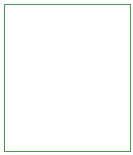
<source format=gm1>
%TF.GenerationSoftware,KiCad,Pcbnew,(5.1.6)-1*%
%TF.CreationDate,2020-09-18T13:03:01-04:00*%
%TF.ProjectId,8_SOIC_DIP,385f534f-4943-45f4-9449-502e6b696361,rev?*%
%TF.SameCoordinates,Original*%
%TF.FileFunction,Profile,NP*%
%FSLAX46Y46*%
G04 Gerber Fmt 4.6, Leading zero omitted, Abs format (unit mm)*
G04 Created by KiCad (PCBNEW (5.1.6)-1) date 2020-09-18 13:03:01*
%MOMM*%
%LPD*%
G01*
G04 APERTURE LIST*
%TA.AperFunction,Profile*%
%ADD10C,0.100000*%
%TD*%
G04 APERTURE END LIST*
D10*
X69469000Y-38227000D02*
X69469000Y-50673000D01*
X58801000Y-38227000D02*
X69469000Y-38227000D01*
X58801000Y-50673000D02*
X58801000Y-38227000D01*
X69469000Y-50673000D02*
X58801000Y-50673000D01*
M02*

</source>
